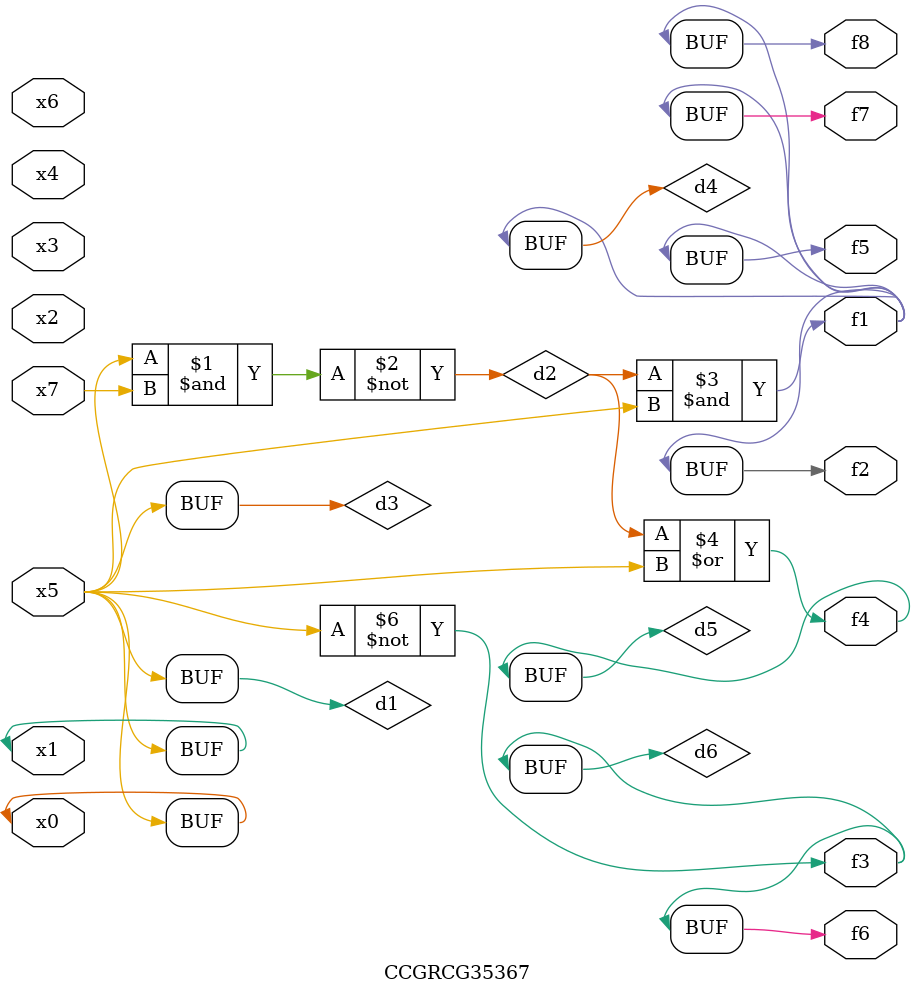
<source format=v>
module CCGRCG35367(
	input x0, x1, x2, x3, x4, x5, x6, x7,
	output f1, f2, f3, f4, f5, f6, f7, f8
);

	wire d1, d2, d3, d4, d5, d6;

	buf (d1, x0, x5);
	nand (d2, x5, x7);
	buf (d3, x0, x1);
	and (d4, d2, d3);
	or (d5, d2, d3);
	nor (d6, d1, d3);
	assign f1 = d4;
	assign f2 = d4;
	assign f3 = d6;
	assign f4 = d5;
	assign f5 = d4;
	assign f6 = d6;
	assign f7 = d4;
	assign f8 = d4;
endmodule

</source>
